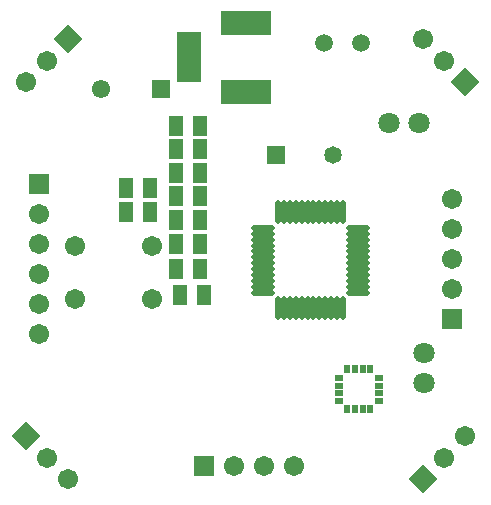
<source format=gts>
G04*
G04 #@! TF.GenerationSoftware,Altium Limited,Altium Designer,20.0.10 (225)*
G04*
G04 Layer_Color=8388736*
%FSLAX25Y25*%
%MOIN*%
G70*
G01*
G75*
%ADD19R,0.04800X0.06800*%
%ADD20R,0.02375X0.03084*%
%ADD21R,0.03084X0.02375*%
%ADD22O,0.01981X0.07887*%
%ADD23O,0.07887X0.01981*%
%ADD24C,0.07099*%
%ADD25C,0.06706*%
%ADD26R,0.07887X0.16548*%
%ADD27R,0.16548X0.07887*%
%ADD28R,0.06115X0.06115*%
%ADD29C,0.06115*%
%ADD30R,0.06706X0.06706*%
%ADD31R,0.06706X0.06706*%
%ADD32C,0.05918*%
%ADD33P,0.09483X4X270.0*%
%ADD34P,0.09483X4X180.0*%
%ADD35R,0.05839X0.05839*%
%ADD36C,0.05839*%
D19*
X75134Y142913D02*
D03*
X83134D02*
D03*
Y95276D02*
D03*
X75134D02*
D03*
X84709Y86614D02*
D03*
X76709D02*
D03*
X83134Y119291D02*
D03*
X75134D02*
D03*
X58598Y122047D02*
D03*
X66598D02*
D03*
X83134Y103543D02*
D03*
X75134D02*
D03*
X83134Y111417D02*
D03*
X75134D02*
D03*
X83134Y127165D02*
D03*
X75134D02*
D03*
X83134Y135039D02*
D03*
X75134D02*
D03*
X58598Y114173D02*
D03*
X66598D02*
D03*
D20*
X132382Y48327D02*
D03*
X134941D02*
D03*
X137500D02*
D03*
X140059D02*
D03*
Y61673D02*
D03*
X137500D02*
D03*
X134941D02*
D03*
X132382D02*
D03*
D21*
X142894Y51161D02*
D03*
Y53720D02*
D03*
Y56279D02*
D03*
Y58839D02*
D03*
X129547D02*
D03*
Y56279D02*
D03*
Y53720D02*
D03*
Y51161D02*
D03*
D22*
X109252Y113976D02*
D03*
X111221D02*
D03*
X113189D02*
D03*
X115157D02*
D03*
X117126D02*
D03*
X119095D02*
D03*
X121063D02*
D03*
X123031D02*
D03*
X125000D02*
D03*
X126969D02*
D03*
X128937D02*
D03*
X130905D02*
D03*
Y82087D02*
D03*
X128937D02*
D03*
X126969D02*
D03*
X125000D02*
D03*
X123031D02*
D03*
X121063D02*
D03*
X119095D02*
D03*
X117126D02*
D03*
X115157D02*
D03*
X113189D02*
D03*
X111221D02*
D03*
X109252D02*
D03*
D23*
X136024Y108858D02*
D03*
Y106890D02*
D03*
Y104921D02*
D03*
Y102953D02*
D03*
Y100984D02*
D03*
Y99016D02*
D03*
Y97047D02*
D03*
Y95079D02*
D03*
Y93110D02*
D03*
Y91142D02*
D03*
Y89173D02*
D03*
Y87205D02*
D03*
X104134D02*
D03*
Y89173D02*
D03*
Y91142D02*
D03*
Y93110D02*
D03*
Y95079D02*
D03*
Y97047D02*
D03*
Y99016D02*
D03*
Y100984D02*
D03*
Y102953D02*
D03*
Y104921D02*
D03*
Y106890D02*
D03*
Y108858D02*
D03*
D24*
X157874Y67205D02*
D03*
Y57205D02*
D03*
X146181Y143701D02*
D03*
X156181D02*
D03*
D25*
X41535Y102953D02*
D03*
Y85236D02*
D03*
X67126Y102953D02*
D03*
Y85236D02*
D03*
X29528Y73543D02*
D03*
Y83543D02*
D03*
Y93543D02*
D03*
Y103543D02*
D03*
Y113543D02*
D03*
X94646Y29528D02*
D03*
X104646D02*
D03*
X114646D02*
D03*
X167323Y88425D02*
D03*
Y98425D02*
D03*
Y108425D02*
D03*
Y118425D02*
D03*
X32283Y164567D02*
D03*
X25212Y157496D02*
D03*
X164567Y164567D02*
D03*
X157496Y171638D02*
D03*
X164567Y32283D02*
D03*
X171638Y39355D02*
D03*
X32283Y32283D02*
D03*
X39355Y25212D02*
D03*
D26*
X79528Y165945D02*
D03*
D27*
X98425Y176969D02*
D03*
Y154134D02*
D03*
D28*
X70079Y155118D02*
D03*
D29*
X50394Y155118D02*
D03*
D30*
X29528Y123543D02*
D03*
X167323Y78425D02*
D03*
D31*
X84646Y29528D02*
D03*
D32*
X136811Y170472D02*
D03*
X124606D02*
D03*
D33*
X39355Y171638D02*
D03*
X157496Y25212D02*
D03*
D34*
X171638Y157496D02*
D03*
X25212Y39355D02*
D03*
D35*
X108504Y133071D02*
D03*
D36*
X127717D02*
D03*
M02*

</source>
